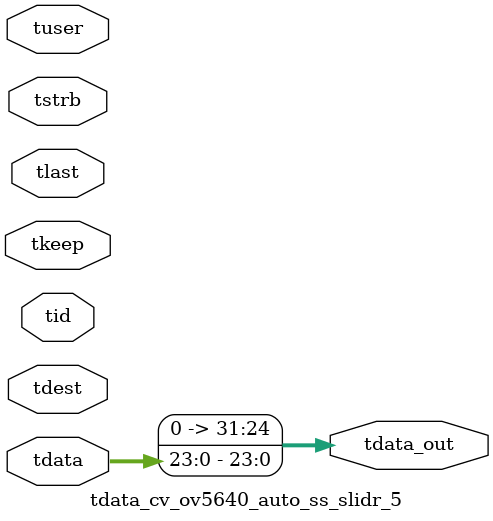
<source format=v>


`timescale 1ps/1ps

module tdata_cv_ov5640_auto_ss_slidr_5 #
(
parameter C_S_AXIS_TDATA_WIDTH = 32,
parameter C_S_AXIS_TUSER_WIDTH = 0,
parameter C_S_AXIS_TID_WIDTH   = 0,
parameter C_S_AXIS_TDEST_WIDTH = 0,
parameter C_M_AXIS_TDATA_WIDTH = 32
)
(
input  [(C_S_AXIS_TDATA_WIDTH == 0 ? 1 : C_S_AXIS_TDATA_WIDTH)-1:0     ] tdata,
input  [(C_S_AXIS_TUSER_WIDTH == 0 ? 1 : C_S_AXIS_TUSER_WIDTH)-1:0     ] tuser,
input  [(C_S_AXIS_TID_WIDTH   == 0 ? 1 : C_S_AXIS_TID_WIDTH)-1:0       ] tid,
input  [(C_S_AXIS_TDEST_WIDTH == 0 ? 1 : C_S_AXIS_TDEST_WIDTH)-1:0     ] tdest,
input  [(C_S_AXIS_TDATA_WIDTH/8)-1:0 ] tkeep,
input  [(C_S_AXIS_TDATA_WIDTH/8)-1:0 ] tstrb,
input                                                                    tlast,
output [C_M_AXIS_TDATA_WIDTH-1:0] tdata_out
);

assign tdata_out = {tdata[23:0]};

endmodule


</source>
